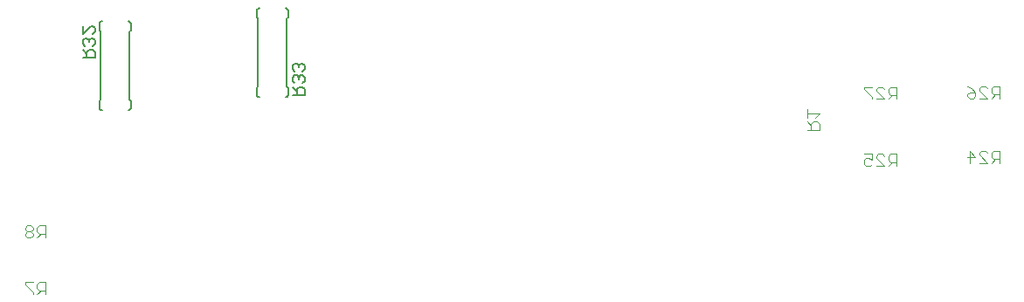
<source format=gbo>
G75*
G70*
%OFA0B0*%
%FSLAX24Y24*%
%IPPOS*%
%LPD*%
%AMOC8*
5,1,8,0,0,1.08239X$1,22.5*
%
%ADD10C,0.0040*%
%ADD11C,0.0060*%
%ADD12C,0.0050*%
D10*
X013749Y045255D02*
X013749Y045332D01*
X013442Y045639D01*
X013442Y045715D01*
X013749Y045715D01*
X013903Y045639D02*
X013979Y045715D01*
X014210Y045715D01*
X014210Y045255D01*
X014210Y045409D02*
X013979Y045409D01*
X013903Y045485D01*
X013903Y045639D01*
X014056Y045409D02*
X013903Y045255D01*
X013903Y047420D02*
X014056Y047574D01*
X013979Y047574D02*
X014210Y047574D01*
X014210Y047420D02*
X014210Y047881D01*
X013979Y047881D01*
X013903Y047804D01*
X013903Y047651D01*
X013979Y047574D01*
X013749Y047574D02*
X013672Y047651D01*
X013519Y047651D01*
X013442Y047574D01*
X013442Y047497D01*
X013519Y047420D01*
X013672Y047420D01*
X013749Y047497D01*
X013749Y047574D01*
X013672Y047651D02*
X013749Y047727D01*
X013749Y047804D01*
X013672Y047881D01*
X013519Y047881D01*
X013442Y047804D01*
X013442Y047727D01*
X013519Y047651D01*
X043287Y051543D02*
X043747Y051543D01*
X043747Y051773D01*
X043670Y051850D01*
X043517Y051850D01*
X043440Y051773D01*
X043440Y051543D01*
X043440Y051697D02*
X043287Y051850D01*
X043287Y052004D02*
X043287Y052311D01*
X043287Y052157D02*
X043747Y052157D01*
X043593Y052004D01*
X045456Y053099D02*
X045763Y052792D01*
X045763Y052715D01*
X045916Y052715D02*
X046223Y052715D01*
X045916Y053022D01*
X045916Y053099D01*
X045993Y053175D01*
X046146Y053175D01*
X046223Y053099D01*
X046377Y053099D02*
X046377Y052945D01*
X046453Y052868D01*
X046684Y052868D01*
X046684Y052715D02*
X046684Y053175D01*
X046453Y053175D01*
X046377Y053099D01*
X046530Y052868D02*
X046377Y052715D01*
X045763Y053175D02*
X045456Y053175D01*
X045456Y053099D01*
X045456Y050616D02*
X045763Y050616D01*
X045763Y050386D01*
X045609Y050463D01*
X045533Y050463D01*
X045456Y050386D01*
X045456Y050233D01*
X045533Y050156D01*
X045686Y050156D01*
X045763Y050233D01*
X045916Y050156D02*
X046223Y050156D01*
X045916Y050463D01*
X045916Y050539D01*
X045993Y050616D01*
X046146Y050616D01*
X046223Y050539D01*
X046377Y050539D02*
X046377Y050386D01*
X046453Y050309D01*
X046684Y050309D01*
X046684Y050156D02*
X046684Y050616D01*
X046453Y050616D01*
X046377Y050539D01*
X046530Y050309D02*
X046377Y050156D01*
X049399Y050505D02*
X049706Y050505D01*
X049476Y050735D01*
X049476Y050275D01*
X049860Y050275D02*
X050166Y050275D01*
X049860Y050582D01*
X049860Y050658D01*
X049936Y050735D01*
X050090Y050735D01*
X050166Y050658D01*
X050320Y050658D02*
X050320Y050505D01*
X050397Y050428D01*
X050627Y050428D01*
X050627Y050275D02*
X050627Y050735D01*
X050397Y050735D01*
X050320Y050658D01*
X050473Y050428D02*
X050320Y050275D01*
X050320Y052735D02*
X050473Y052889D01*
X050397Y052889D02*
X050627Y052889D01*
X050627Y052735D02*
X050627Y053196D01*
X050397Y053196D01*
X050320Y053119D01*
X050320Y052966D01*
X050397Y052889D01*
X050166Y052735D02*
X049860Y052735D01*
X049706Y052812D02*
X049629Y052735D01*
X049476Y052735D01*
X049399Y052812D01*
X049399Y052889D01*
X049476Y052966D01*
X049706Y052966D01*
X049706Y052812D01*
X049706Y052966D02*
X049553Y053119D01*
X049399Y053196D01*
X049860Y053119D02*
X049936Y053196D01*
X050090Y053196D01*
X050166Y053119D01*
X049860Y053119D02*
X049860Y053042D01*
X050166Y052735D01*
D11*
X023486Y052881D02*
X023486Y053131D01*
X023436Y053181D01*
X023436Y055781D01*
X023486Y055831D01*
X023486Y056081D01*
X023484Y056098D01*
X023480Y056115D01*
X023473Y056131D01*
X023463Y056145D01*
X023450Y056158D01*
X023436Y056168D01*
X023420Y056175D01*
X023403Y056179D01*
X023386Y056181D01*
X022386Y056181D02*
X022369Y056179D01*
X022352Y056175D01*
X022336Y056168D01*
X022322Y056158D01*
X022309Y056145D01*
X022299Y056131D01*
X022292Y056115D01*
X022288Y056098D01*
X022286Y056081D01*
X022286Y055831D01*
X022336Y055781D01*
X022336Y053181D01*
X022286Y053131D01*
X022286Y052881D01*
X022288Y052864D01*
X022292Y052847D01*
X022299Y052831D01*
X022309Y052817D01*
X022322Y052804D01*
X022336Y052794D01*
X022352Y052787D01*
X022369Y052783D01*
X022386Y052781D01*
X023386Y052781D02*
X023403Y052783D01*
X023420Y052787D01*
X023436Y052794D01*
X023450Y052804D01*
X023463Y052817D01*
X023473Y052831D01*
X023480Y052847D01*
X023484Y052864D01*
X023486Y052881D01*
X017482Y052639D02*
X017482Y052389D01*
X017480Y052372D01*
X017476Y052355D01*
X017469Y052339D01*
X017459Y052325D01*
X017446Y052312D01*
X017432Y052302D01*
X017416Y052295D01*
X017399Y052291D01*
X017382Y052289D01*
X017482Y052639D02*
X017432Y052689D01*
X017432Y055289D01*
X017482Y055339D01*
X017482Y055589D01*
X017480Y055606D01*
X017476Y055623D01*
X017469Y055639D01*
X017459Y055653D01*
X017446Y055666D01*
X017432Y055676D01*
X017416Y055683D01*
X017399Y055687D01*
X017382Y055689D01*
X016382Y055689D02*
X016365Y055687D01*
X016348Y055683D01*
X016332Y055676D01*
X016318Y055666D01*
X016305Y055653D01*
X016295Y055639D01*
X016288Y055623D01*
X016284Y055606D01*
X016282Y055589D01*
X016282Y055339D01*
X016332Y055289D01*
X016332Y052689D01*
X016282Y052639D01*
X016282Y052389D01*
X016284Y052372D01*
X016288Y052355D01*
X016295Y052339D01*
X016305Y052325D01*
X016318Y052312D01*
X016332Y052302D01*
X016348Y052295D01*
X016365Y052291D01*
X016382Y052289D01*
D12*
X016108Y054282D02*
X015657Y054282D01*
X015807Y054282D02*
X015807Y054508D01*
X015882Y054583D01*
X016033Y054583D01*
X016108Y054508D01*
X016108Y054282D01*
X015807Y054433D02*
X015657Y054583D01*
X015732Y054743D02*
X015657Y054818D01*
X015657Y054968D01*
X015732Y055043D01*
X015807Y055043D01*
X015882Y054968D01*
X015882Y054893D01*
X015882Y054968D02*
X015958Y055043D01*
X016033Y055043D01*
X016108Y054968D01*
X016108Y054818D01*
X016033Y054743D01*
X016033Y055203D02*
X016108Y055278D01*
X016108Y055428D01*
X016033Y055503D01*
X015958Y055503D01*
X015657Y055203D01*
X015657Y055503D01*
X023661Y054002D02*
X023661Y053852D01*
X023736Y053776D01*
X023736Y053616D02*
X023661Y053541D01*
X023661Y053391D01*
X023736Y053316D01*
X023661Y053156D02*
X023811Y053006D01*
X023811Y053081D02*
X023811Y052856D01*
X023661Y052856D02*
X024112Y052856D01*
X024112Y053081D01*
X024037Y053156D01*
X023886Y053156D01*
X023811Y053081D01*
X024037Y053316D02*
X024112Y053391D01*
X024112Y053541D01*
X024037Y053616D01*
X023961Y053616D01*
X023886Y053541D01*
X023811Y053616D01*
X023736Y053616D01*
X023886Y053541D02*
X023886Y053466D01*
X024037Y053776D02*
X024112Y053852D01*
X024112Y054002D01*
X024037Y054077D01*
X023961Y054077D01*
X023886Y054002D01*
X023811Y054077D01*
X023736Y054077D01*
X023661Y054002D01*
X023886Y054002D02*
X023886Y053927D01*
M02*

</source>
